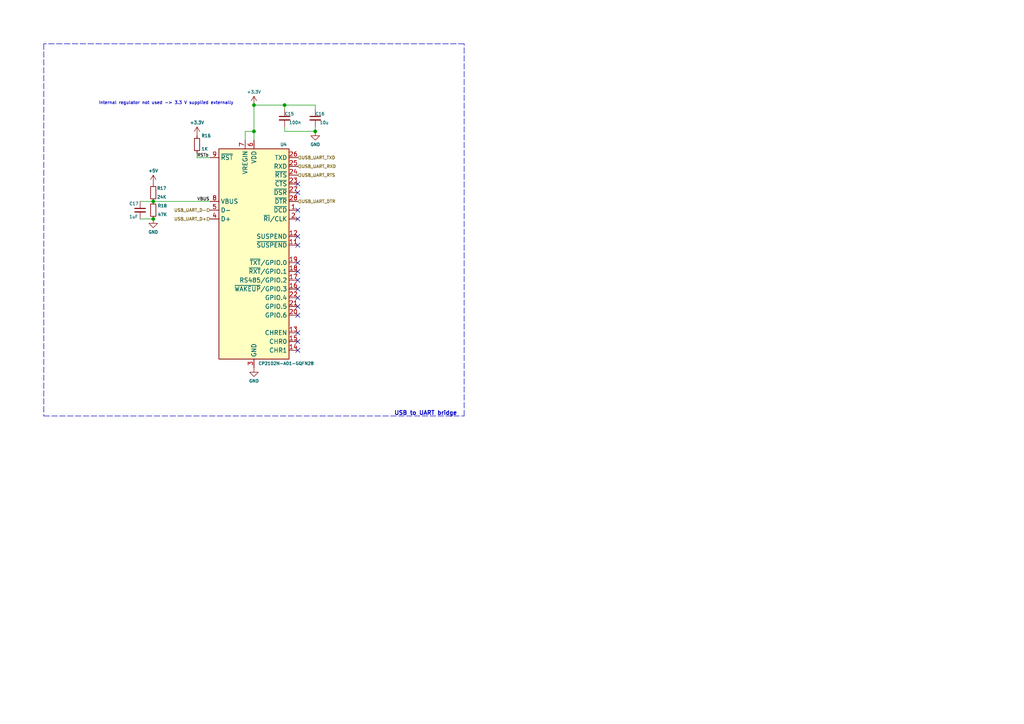
<source format=kicad_sch>
(kicad_sch (version 20211123) (generator eeschema)
  (paper "A4")
  (title_block (title "USB-UART bridge") (date "2025-02-16") (rev "1.0") (company "Copyright: Tomislav Milkovic"))
  (lib_symbols
    (symbol "Device:C_Small" (pin_numbers hide) (pin_names (offset 0.254) hide)
      (property "Reference" "C" (at 0.254 1.778 0))
      (property "Value" "C_Small" (at 0.254 -2.032 0))
      (symbol "C_Small_0_1"
        (polyline (pts (xy -1.524 -0.508) (xy 1.524 -0.508)) (stroke (width 0.3302)))
        (polyline (pts (xy -1.524 0.508) (xy 1.524 0.508)) (stroke (width 0.3048)))
      )
      (symbol "C_Small_1_1"
        (pin passive line (at 0 2.54 270) (length 2.032) (name "~") (number "1"))
        (pin passive line (at 0 -2.54 90) (length 2.032) (name "~") (number "2"))
      )
    )
    (symbol "Device:R_Small" (pin_numbers hide) (pin_names (offset 0.254) hide)
      (property "Reference" "R" (at 0.762 0.508 0))
      (property "Value" "R_Small" (at 0.762 -1.016 0))
      (symbol "R_Small_0_1"
        (rectangle (start -0.762 1.778) (end 0.762 -1.778) (stroke (width 0.2032)))
      )
      (symbol "R_Small_1_1"
        (pin passive line (at 0 2.54 270) (length 0.762) (name "~") (number "1"))
        (pin passive line (at 0 -2.54 90) (length 0.762) (name "~") (number "2"))
      )
    )
    (symbol "Interface_USB:CP2102N-Axx-xQFN28"
      (property "Reference" "U" (at -8.89 31.75 0))
      (property "Value" "CP2102N-Axx-xQFN28" (at 12.7 31.75 0))
      (symbol "CP2102N-Axx-xQFN28_0_1"
        (rectangle (start -10.16 30.48) (end 10.16 -30.48) (stroke (width 0.254)) (fill (type background)))
      )
      (symbol "CP2102N-Axx-xQFN28_1_1"
        (pin input line (at 12.7 12.7 180) (length 2.54) (name "~{DCD}") (number "1"))
        (pin no_connect line (at -10.16 -27.94 0) (length 2.54) hide (name "NC") (number "10"))
        (pin output line (at 12.7 2.54 180) (length 2.54) (name "~{SUSPEND}") (number "11"))
        (pin output line (at 12.7 5.08 180) (length 2.54) (name "SUSPEND") (number "12"))
        (pin output line (at 12.7 -22.86 180) (length 2.54) (name "CHREN") (number "13"))
        (pin output line (at 12.7 -27.94 180) (length 2.54) (name "CHR1") (number "14"))
        (pin output line (at 12.7 -25.4 180) (length 2.54) (name "CHR0") (number "15"))
        (pin bidirectional line (at 12.7 -10.16 180) (length 2.54) (name "~{WAKEUP}/GPIO.3") (number "16"))
        (pin bidirectional line (at 12.7 -7.62 180) (length 2.54) (name "RS485/GPIO.2") (number "17"))
        (pin bidirectional line (at 12.7 -5.08 180) (length 2.54) (name "~{RXT}/GPIO.1") (number "18"))
        (pin bidirectional line (at 12.7 -2.54 180) (length 2.54) (name "~{TXT}/GPIO.0") (number "19"))
        (pin bidirectional line (at 12.7 10.16 180) (length 2.54) (name "~{RI}/CLK") (number "2"))
        (pin bidirectional line (at 12.7 -17.78 180) (length 2.54) (name "GPIO.6") (number "20"))
        (pin bidirectional line (at 12.7 -15.24 180) (length 2.54) (name "GPIO.5") (number "21"))
        (pin bidirectional line (at 12.7 -12.7 180) (length 2.54) (name "GPIO.4") (number "22"))
        (pin input line (at 12.7 20.32 180) (length 2.54) (name "~{CTS}") (number "23"))
        (pin output line (at 12.7 22.86 180) (length 2.54) (name "~{RTS}") (number "24"))
        (pin input line (at 12.7 25.4 180) (length 2.54) (name "RXD") (number "25"))
        (pin output line (at 12.7 27.94 180) (length 2.54) (name "TXD") (number "26"))
        (pin input line (at 12.7 17.78 180) (length 2.54) (name "~{DSR}") (number "27"))
        (pin output line (at 12.7 15.24 180) (length 2.54) (name "~{DTR}") (number "28"))
        (pin passive line (at 0 -33.02 90) (length 2.54) hide (name "GND") (number "29"))
        (pin power_in line (at 0 -33.02 90) (length 2.54) (name "GND") (number "3"))
        (pin bidirectional line (at -12.7 10.16 0) (length 2.54) (name "D+") (number "4"))
        (pin bidirectional line (at -12.7 12.7 0) (length 2.54) (name "D-") (number "5"))
        (pin power_in line (at 0 33.02 270) (length 2.54) (name "VDD") (number "6"))
        (pin power_in line (at -2.54 33.02 270) (length 2.54) (name "VREGIN") (number "7"))
        (pin input line (at -12.7 15.24 0) (length 2.54) (name "VBUS") (number "8"))
        (pin input line (at -12.7 27.94 0) (length 2.54) (name "~{RST}") (number "9"))
      )
    )
    (symbol "power:+3.3V" (power) (pin_names (offset 0))
      (property "Value" "+3.3V" (at 0 3.556 0))
      (symbol "+3.3V_0_1"
        (polyline (pts (xy -0.762 1.27) (xy 0 2.54)))
        (polyline (pts (xy 0 0) (xy 0 2.54)))
        (polyline (pts (xy 0 2.54) (xy 0.762 1.27)))
      )
      (symbol "+3.3V_1_1"
        (pin power_in line (at 0 0 90) (length 0) hide (name "+3.3V") (number "1"))
      )
    )
    (symbol "power:+5V" (power) (pin_names (offset 0))
      (property "Value" "+5V" (at 0 3.556 0))
      (symbol "+5V_0_1"
        (polyline (pts (xy -0.762 1.27) (xy 0 2.54)))
        (polyline (pts (xy 0 0) (xy 0 2.54)))
        (polyline (pts (xy 0 2.54) (xy 0.762 1.27)))
      )
      (symbol "+5V_1_1"
        (pin power_in line (at 0 0 90) (length 0) hide (name "+5V") (number "1"))
      )
    )
    (symbol "power:GND" (power) (pin_names (offset 0))
      (property "Value" "GND" (at 0 -3.81 0))
      (symbol "GND_0_1"
        (polyline (pts (xy 0 0) (xy 0 -1.27) (xy 1.27 -1.27) (xy 0 -2.54) (xy -1.27 -1.27) (xy 0 -1.27)))
      )
      (symbol "GND_1_1"
        (pin power_in line (at 0 0 270) (length 0) hide (name "GND") (number "1"))
      )
    )
  )
  (junction (at 82.55 30.48))
  (junction (at 44.45 63.5))
  (junction (at 91.44 38.1))
  (junction (at 44.45 58.42))
  (junction (at 73.66 38.1))
  (junction (at 73.66 30.48))
  (no_connect (at 86.36 76.2))
  (no_connect (at 86.36 53.34))
  (no_connect (at 86.36 91.44))
  (no_connect (at 86.36 96.52))
  (no_connect (at 86.36 71.12))
  (no_connect (at 86.36 99.06))
  (no_connect (at 86.36 88.9))
  (no_connect (at 86.36 60.96))
  (no_connect (at 86.36 81.28))
  (no_connect (at 86.36 101.6))
  (no_connect (at 86.36 68.58))
  (no_connect (at 86.36 78.74))
  (no_connect (at 86.36 55.88))
  (no_connect (at 86.36 83.82))
  (no_connect (at 86.36 63.5))
  (no_connect (at 86.36 86.36))
  (polyline (pts (xy 134.62 120.65) (xy 134.62 12.7)))
  (wire (pts (xy 91.44 36.83) (xy 91.44 38.1)))
  (wire (pts (xy 71.12 40.64) (xy 71.12 38.1)))
  (wire (pts (xy 40.64 58.42) (xy 44.45 58.42)))
  (wire (pts (xy 73.66 38.1) (xy 73.66 30.48)))
  (wire (pts (xy 82.55 38.1) (xy 91.44 38.1)))
  (polyline (pts (xy 12.7 120.65) (xy 134.62 120.65)))
  (wire (pts (xy 82.55 30.48) (xy 82.55 31.75)))
  (wire (pts (xy 82.55 36.83) (xy 82.55 38.1)))
  (wire (pts (xy 60.96 45.72) (xy 57.15 45.72)))
  (wire (pts (xy 44.45 58.42) (xy 60.96 58.42)))
  (wire (pts (xy 73.66 38.1) (xy 73.66 40.64)))
  (wire (pts (xy 73.66 30.48) (xy 82.55 30.48)))
  (wire (pts (xy 57.15 45.72) (xy 57.15 44.45)))
  (wire (pts (xy 91.44 30.48) (xy 91.44 31.75)))
  (wire (pts (xy 40.64 63.5) (xy 44.45 63.5)))
  (polyline (pts (xy 12.7 12.7) (xy 12.7 120.65)))
  (wire (pts (xy 71.12 38.1) (xy 73.66 38.1)))
  (wire (pts (xy 82.55 30.48) (xy 91.44 30.48)))
  (polyline (pts (xy 134.62 12.7) (xy 12.7 12.7)))
  (text "USB to UART bridge" (at 114.3 120.65 0) (effects (font (size 1.1938 1.1938) (thickness 0.2388) bold) (justify left bottom)))
  (text "Internal regulator not used -> 3.3 V supplied externally" (at 28.575 30.48 0) (effects (font (size 0.889 0.889)) (justify left bottom)))
  (label "VBUS" (at 57.15 58.42 0) (effects (font (size 0.889 0.889))))
  (label "RSTb" (at 57.15 45.72 0) (effects (font (size 0.889 0.889))))
  (hierarchical_label "USB_UART_D+" (shape input) (at 60.96 63.5 180) (effects (font (size 0.889 0.889))))
  (hierarchical_label "USB_UART_RTS" (shape input) (at 86.36 50.8 0) (effects (font (size 0.889 0.889))))
  (hierarchical_label "USB_UART_DTR" (shape input) (at 86.36 58.42 0) (effects (font (size 0.889 0.889))))
  (hierarchical_label "USB_UART_D-" (shape input) (at 60.96 60.96 180) (effects (font (size 0.889 0.889))))
  (hierarchical_label "USB_UART_RXD" (shape input) (at 86.36 48.26 0) (effects (font (size 0.889 0.889))))
  (hierarchical_label "USB_UART_TXD" (shape input) (at 86.36 45.72 0) (effects (font (size 0.889 0.889))))
  (symbol (lib_id "power:GND") (at 73.66 106.68 0) (unit 1)
    (property "Reference" "#PWR049" (effects hide))
    (property "Value" "GND" (at 73.66 110.49 0) (effects (font (size 0.889 0.889))))
  )
  (symbol (lib_id "Device:R_Small") (at 57.15 41.91 0) (unit 1)
    (property "Reference" "R16" (at 58.42 39.37 0) (effects (font (size 0.889 0.889)) (justify left)))
    (property "Value" "1K" (at 58.42 43.18 0) (effects (font (size 0.889 0.889)) (justify left)))
    (property "Footprint" "Resistor_SMD:R_0402_1005Metric" (effects hide))
    (property "Datasheet" "https://www.lcsc.com/datasheet/lcsc_datasheet_2206010216_UNI-ROYAL-Uniroyal-Elec-0402WGF1001TCE_C11702.pdf" (effects hide))
    (property "LCSC" "C11702" (effects hide))
  )
  (symbol (lib_id "power:+3.3V") (at 57.15 39.37 0) (unit 1)
    (property "Reference" "#PWR027" (effects hide))
    (property "Value" "+3.3V" (at 57.15 35.56 0) (effects (font (size 0.889 0.889))))
  )
  (symbol (lib_id "power:+3.3V") (at 73.66 30.48 0) (unit 1)
    (property "Reference" "#PWR022" (effects hide))
    (property "Value" "+3.3V" (at 73.66 26.67 0) (effects (font (size 0.889 0.889))))
  )
  (symbol (lib_id "power:GND") (at 91.44 38.1 0) (unit 1)
    (property "Reference" "#PWR026" (effects hide))
    (property "Value" "GND" (at 91.44 41.91 0) (effects (font (size 0.889 0.889))))
  )
  (symbol (lib_id "Device:C_Small") (at 82.55 34.29 0) (unit 1)
    (property "Reference" "C15" (at 82.55 33.02 0) (effects (font (size 0.889 0.889)) (justify left)))
    (property "Value" "100n" (at 83.82 35.56 0) (effects (font (size 0.889 0.889)) (justify left)))
    (property "Footprint" "Capacitor_SMD:C_0402_1005Metric" (effects hide))
    (property "Datasheet" "https://datasheet.lcsc.com/lcsc/1810191222_Samsung-Electro-Mechanics-CL05B104KB54PNC_C307331.pdf" (effects hide))
    (property "LCSC" "C307331" (effects hide))
  )
  (symbol (lib_id "Device:R_Small") (at 44.45 55.88 180) (unit 1)
    (property "Reference" "R17" (at 48.26 54.61 0) (effects (font (size 0.889 0.889)) (justify left)))
    (property "Value" "24K" (at 48.26 57.15 0) (effects (font (size 0.889 0.889)) (justify left)))
    (property "Footprint" "Resistor_SMD:R_0402_1005Metric" (effects hide))
    (property "Datasheet" "https://datasheet.lcsc.com/lcsc/2206010100_UNI-ROYAL-Uniroyal-Elec-0402WGF2402TCE_C25769.pdf" (effects hide))
    (property "LCSC" "C25769" (effects hide))
  )
  (symbol (lib_id "power:GND") (at 44.45 63.5 0) (unit 1)
    (property "Reference" "#PWR042" (effects hide))
    (property "Value" "GND" (at 44.45 67.31 0) (effects (font (size 0.889 0.889))))
  )
  (symbol (lib_id "Device:R_Small") (at 44.45 60.96 0) (unit 1)
    (property "Reference" "R18" (at 45.72 59.69 0) (effects (font (size 0.889 0.889)) (justify left)))
    (property "Value" "47K" (at 45.72 62.23 0) (effects (font (size 0.889 0.889)) (justify left)))
    (property "Footprint" "Resistor_SMD:R_0402_1005Metric" (effects hide))
    (property "Datasheet" "https://datasheet.lcsc.com/lcsc/2206010100_UNI-ROYAL-Uniroyal-Elec-0402WGF4702TCE_C25792.pdf" (effects hide))
    (property "LCSC" "C25792" (effects hide))
  )
  (symbol (lib_id "Device:C_Small") (at 40.64 60.96 0) (unit 1)
    (property "Reference" "C17" (at 37.465 59.055 0) (effects (font (size 0.889 0.889)) (justify left)))
    (property "Value" "1uF" (at 37.465 62.865 0) (effects (font (size 0.889 0.889)) (justify left)))
    (property "Footprint" "Capacitor_SMD:C_0402_1005Metric" (effects hide))
    (property "Datasheet" "https://datasheet.lcsc.com/lcsc/1811091611_Samsung-Electro-Mechanics-CL05A105KA5NQNC_C52923.pdf" (effects hide))
    (property "LCSC" "C52923" (effects hide))
  )
  (symbol (lib_id "Device:C_Small") (at 91.44 34.29 0) (unit 1)
    (property "Reference" "C16" (at 91.44 33.02 0) (effects (font (size 0.889 0.889)) (justify left)))
    (property "Value" "10u" (at 92.71 35.56 0) (effects (font (size 0.889 0.889)) (justify left)))
    (property "Footprint" "Capacitor_SMD:C_0603_1608Metric" (effects hide))
    (property "Datasheet" "https://datasheet.lcsc.com/lcsc/2004251506_Murata-Electronics-GRM21BR61H106KE43L_C440198.pdf" (effects hide))
    (property "LCSC" "C19702" (effects hide))
  )
  (symbol (lib_id "power:+5V") (at 44.45 53.34 0) (unit 1)
    (property "Reference" "#PWR036" (effects hide))
    (property "Value" "+5V" (at 44.45 49.53 0) (effects (font (size 0.889 0.889))))
  )
  (symbol (lib_id "Interface_USB:CP2102N-Axx-xQFN28") (at 73.66 73.66 0) (unit 1)
    (property "Reference" "U4" (at 81.28 41.91 0) (effects (font (size 0.889 0.889)) (justify left)))
    (property "Value" "CP2102N-A01-GQFN28" (at 74.93 105.41 0) (effects (font (size 0.889 0.889)) (justify left)))
    (property "Footprint" "Package_DFN_QFN:QFN-28-1EP_5x5mm_P0.5mm_EP3.35x3.35mm" (effects hide))
    (property "Datasheet" "https://www.silabs.com/documents/public/data-sheets/cp2102n-datasheet.pdf" (effects hide))
    (property "LCSC" "C6568" (effects hide))
  )
)
</source>
